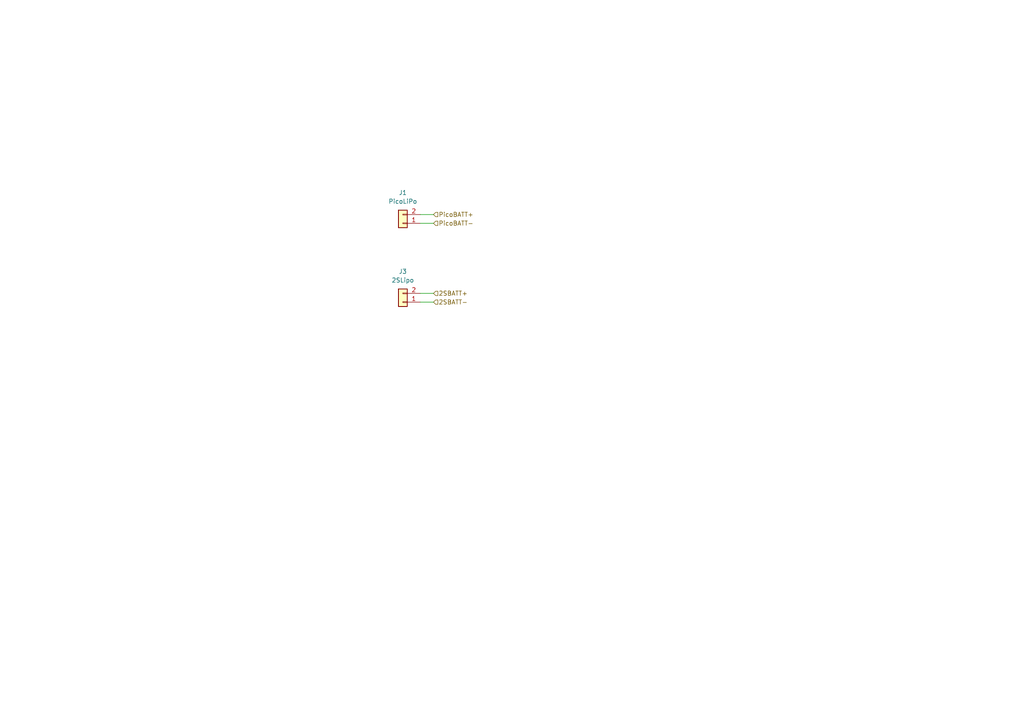
<source format=kicad_sch>
(kicad_sch (version 20250114) (generator "eeschema") (generator_version "9.0")
  (paper "A4")
  (lib_symbols
    (symbol "Connector_Generic:Conn_01x02" (pin_names (offset 1.016) (hide yes))
      (property "Reference" "J" (at 0 2.54 0))
      (property "Value" "Conn_01x02" (at 0 -5.08 0))
      (symbol "Conn_01x02_1_1"
        (rectangle (start -1.27 1.27) (end 1.27 -3.81) (stroke (width 0.254)) (fill (type background)))
        (rectangle (start -1.27 0.127) (end 0 -0.127) (stroke (width 0.1524)))
        (rectangle (start -1.27 -2.413) (end 0 -2.667) (stroke (width 0.1524)))
        (pin passive line (at -5.08 0 0) (length 3.81) (name "Pin_1") (number "1"))
        (pin passive line (at -5.08 -2.54 0) (length 3.81) (name "Pin_2") (number "2"))
      )
    )
  )
  (wire (pts (xy 121.92 62.23) (xy 125.73 62.23)))
  (wire (pts (xy 121.92 64.77) (xy 125.73 64.77)))
  (wire (pts (xy 121.92 87.63) (xy 125.73 87.63)))
  (wire (pts (xy 121.92 85.09) (xy 125.73 85.09)))
  (hierarchical_label "2SBATT-" (shape input) (at 125.73 87.63 0))
  (hierarchical_label "2SBATT+" (shape input) (at 125.73 85.09 0))
  (hierarchical_label "PicoBATT+" (shape input) (at 125.73 62.23 0))
  (hierarchical_label "PicoBATT-" (shape input) (at 125.73 64.77 0))
  (symbol (lib_id "Connector_Generic:Conn_01x02") (at 116.84 87.63 180) (unit 1)
    (property "Reference" "J3" (at 116.84 78.74 0))
    (property "Value" "2SLipo" (at 116.84 81.28 0))
    (property "Description" "Generic connector, single row, 01x02, script generated (kicad-library-utils/schlib/autogen/connector/)" (effects (hide yes)))
  )
  (symbol (lib_id "Connector_Generic:Conn_01x02") (at 116.84 64.77 180) (unit 1)
    (property "Reference" "J1" (at 116.84 55.88 0))
    (property "Value" "PicoLiPo" (at 116.84 58.42 0))
    (property "Description" "Generic connector, single row, 01x02, script generated (kicad-library-utils/schlib/autogen/connector/)" (effects (hide yes)))
  )
)
</source>
